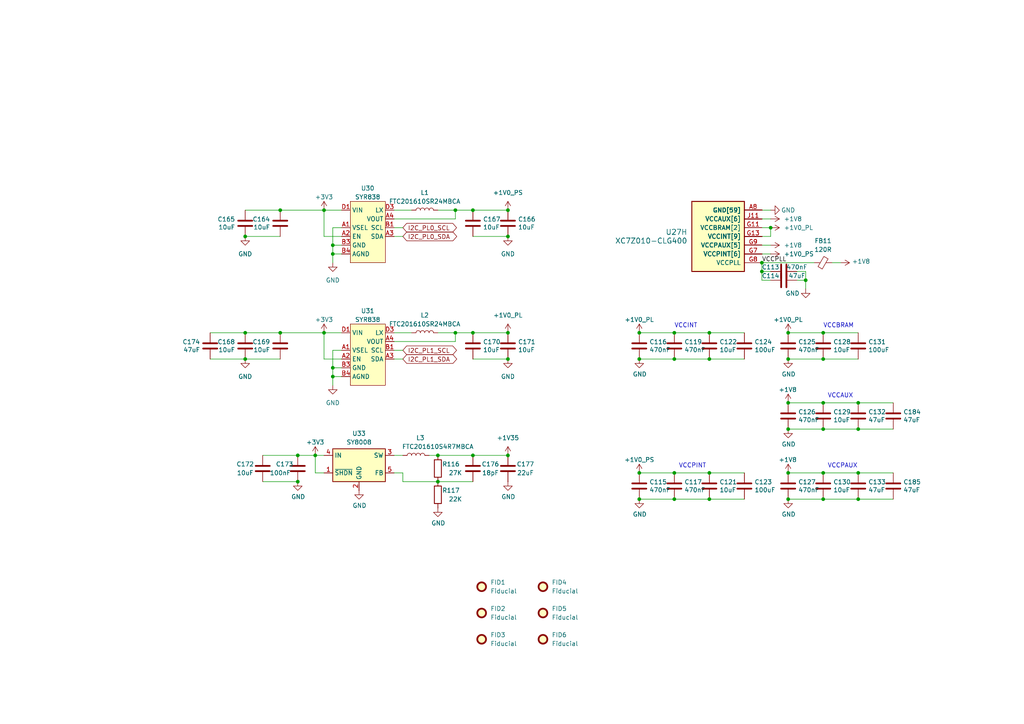
<source format=kicad_sch>
(kicad_sch (version 20231120) (generator "eeschema") (generator_version "8.0")
  (paper "A4")
  (title_block (title "FPGA Power Supply") (date "2024-06-09") (rev "R0.10") (company "Copyright 2024 Anhang Li, Wenting Zhang") (comment 2 "MERCHANTABILITY, SATISFACTORY QUALITY AND FITNESS FOR A PARTICULAR PURPOSE.") (comment 3 "This source is distributed WITHOUT ANY EXPRESS OR IMPLIED WARRANTY, INCLUDING OF") (comment 4 "This source describes Open Hardware and is licensed under the CERN-OHL-P v2."))
  (junction (at 137.16 96.52))
  (junction (at 127 139.7) (diameter 0.9144))
  (junction (at 195.58 137.16))
  (junction (at 96.52 73.66))
  (junction (at 248.92 124.46))
  (junction (at 147.32 96.52))
  (junction (at 228.6 137.16))
  (junction (at 185.42 144.78))
  (junction (at 147.32 132.08))
  (junction (at 195.58 96.52))
  (junction (at 147.32 104.14))
  (junction (at 248.92 144.78))
  (junction (at 220.98 78.74))
  (junction (at 147.32 68.58))
  (junction (at 71.12 104.14))
  (junction (at 86.36 139.7) (diameter 0.9144))
  (junction (at 205.74 104.14))
  (junction (at 238.76 116.84))
  (junction (at 223.52 66.04))
  (junction (at 137.16 60.96))
  (junction (at 71.12 96.52))
  (junction (at 228.6 104.14))
  (junction (at 132.08 60.96))
  (junction (at 228.6 96.52))
  (junction (at 147.32 60.96))
  (junction (at 238.76 104.14))
  (junction (at 233.68 81.28))
  (junction (at 238.76 144.78))
  (junction (at 185.42 96.52))
  (junction (at 195.58 104.14))
  (junction (at 91.44 132.08) (diameter 0.9144))
  (junction (at 71.12 68.58))
  (junction (at 132.08 96.52))
  (junction (at 238.76 137.16))
  (junction (at 185.42 104.14))
  (junction (at 96.52 71.12))
  (junction (at 86.36 132.08))
  (junction (at 205.74 144.78))
  (junction (at 195.58 144.78))
  (junction (at 137.16 132.08))
  (junction (at 96.52 109.22))
  (junction (at 220.98 76.2))
  (junction (at 248.92 116.84))
  (junction (at 81.28 96.52))
  (junction (at 205.74 96.52))
  (junction (at 127 132.08) (diameter 0.9144))
  (junction (at 93.98 96.52))
  (junction (at 96.52 106.68))
  (junction (at 228.6 116.84))
  (junction (at 93.98 60.96))
  (junction (at 238.76 124.46))
  (junction (at 185.42 137.16))
  (junction (at 81.28 60.96))
  (junction (at 248.92 137.16))
  (junction (at 205.74 137.16))
  (junction (at 238.76 96.52))
  (junction (at 228.6 124.46))
  (junction (at 228.6 144.78))
  (wire (pts (xy 96.52 73.66) (xy 96.52 76.2)))
  (wire (pts (xy 93.98 60.96) (xy 93.98 68.58)))
  (wire (pts (xy 220.98 81.28) (xy 223.52 81.28)))
  (wire (pts (xy 195.58 137.16) (xy 205.74 137.16)))
  (wire (pts (xy 114.3 66.04) (xy 116.84 66.04)))
  (wire (pts (xy 96.52 101.6) (xy 96.52 106.68)))
  (wire (pts (xy 91.44 132.08) (xy 93.98 132.08)))
  (wire (pts (xy 132.08 96.52) (xy 137.16 96.52)))
  (wire (pts (xy 96.52 106.68) (xy 99.06 106.68)))
  (wire (pts (xy 114.3 104.14) (xy 116.84 104.14)))
  (wire (pts (xy 220.98 68.58) (xy 223.52 68.58)))
  (wire (pts (xy 147.32 68.58) (xy 137.16 68.58)))
  (wire (pts (xy 114.3 99.06) (xy 132.08 99.06)))
  (wire (pts (xy 114.3 60.96) (xy 119.38 60.96)))
  (wire (pts (xy 114.3 68.58) (xy 116.84 68.58)))
  (wire (pts (xy 228.6 96.52) (xy 238.76 96.52)))
  (wire (pts (xy 96.52 73.66) (xy 99.06 73.66)))
  (wire (pts (xy 71.12 60.96) (xy 81.28 60.96)))
  (wire (pts (xy 220.98 60.96) (xy 223.52 60.96)))
  (wire (pts (xy 238.76 116.84) (xy 248.92 116.84)))
  (wire (pts (xy 116.84 132.08) (xy 114.3 132.08)))
  (wire (pts (xy 220.98 78.74) (xy 223.52 78.74)))
  (wire (pts (xy 205.74 137.16) (xy 215.9 137.16)))
  (wire (pts (xy 248.92 124.46) (xy 259.08 124.46)))
  (wire (pts (xy 81.28 96.52) (xy 93.98 96.52)))
  (wire (pts (xy 195.58 96.52) (xy 205.74 96.52)))
  (wire (pts (xy 76.2 132.08) (xy 86.36 132.08)))
  (wire (pts (xy 223.52 66.04) (xy 223.52 68.58)))
  (wire (pts (xy 96.52 71.12) (xy 96.52 73.66)))
  (wire (pts (xy 71.12 68.58) (xy 81.28 68.58)))
  (wire (pts (xy 96.52 66.04) (xy 96.52 71.12)))
  (wire (pts (xy 195.58 104.14) (xy 205.74 104.14)))
  (wire (pts (xy 96.52 109.22) (xy 96.52 111.76)))
  (wire (pts (xy 127 139.7) (xy 137.16 139.7)))
  (wire (pts (xy 96.52 106.68) (xy 96.52 109.22)))
  (wire (pts (xy 93.98 68.58) (xy 99.06 68.58)))
  (wire (pts (xy 99.06 101.6) (xy 96.52 101.6)))
  (wire (pts (xy 220.98 73.66) (xy 223.52 73.66)))
  (wire (pts (xy 241.3 76.2) (xy 243.84 76.2)))
  (wire (pts (xy 228.6 144.78) (xy 238.76 144.78)))
  (wire (pts (xy 205.74 144.78) (xy 215.9 144.78)))
  (wire (pts (xy 185.42 96.52) (xy 195.58 96.52)))
  (wire (pts (xy 137.16 132.08) (xy 147.32 132.08)))
  (wire (pts (xy 238.76 137.16) (xy 248.92 137.16)))
  (wire (pts (xy 127 132.08) (xy 124.46 132.08)))
  (wire (pts (xy 76.2 139.7) (xy 86.36 139.7)))
  (wire (pts (xy 233.68 78.74) (xy 233.68 81.28)))
  (wire (pts (xy 220.98 71.12) (xy 223.52 71.12)))
  (wire (pts (xy 185.42 137.16) (xy 195.58 137.16)))
  (wire (pts (xy 96.52 71.12) (xy 99.06 71.12)))
  (wire (pts (xy 228.6 104.14) (xy 238.76 104.14)))
  (wire (pts (xy 132.08 99.06) (xy 132.08 96.52)))
  (wire (pts (xy 147.32 104.14) (xy 137.16 104.14)))
  (wire (pts (xy 91.44 132.08) (xy 91.44 137.16)))
  (wire (pts (xy 220.98 76.2) (xy 236.22 76.2)))
  (wire (pts (xy 248.92 144.78) (xy 259.08 144.78)))
  (wire (pts (xy 137.16 60.96) (xy 147.32 60.96)))
  (wire (pts (xy 220.98 66.04) (xy 223.52 66.04)))
  (wire (pts (xy 114.3 63.5) (xy 132.08 63.5)))
  (wire (pts (xy 93.98 60.96) (xy 99.06 60.96)))
  (wire (pts (xy 228.6 116.84) (xy 238.76 116.84)))
  (wire (pts (xy 228.6 137.16) (xy 238.76 137.16)))
  (wire (pts (xy 132.08 60.96) (xy 137.16 60.96)))
  (wire (pts (xy 127 132.08) (xy 137.16 132.08)))
  (wire (pts (xy 99.06 66.04) (xy 96.52 66.04)))
  (wire (pts (xy 238.76 124.46) (xy 248.92 124.46)))
  (wire (pts (xy 238.76 96.52) (xy 248.92 96.52)))
  (wire (pts (xy 231.14 81.28) (xy 233.68 81.28)))
  (wire (pts (xy 93.98 104.14) (xy 99.06 104.14)))
  (wire (pts (xy 116.84 137.16) (xy 116.84 139.7)))
  (wire (pts (xy 81.28 60.96) (xy 93.98 60.96)))
  (wire (pts (xy 205.74 96.52) (xy 215.9 96.52)))
  (wire (pts (xy 71.12 104.14) (xy 81.28 104.14)))
  (wire (pts (xy 220.98 63.5) (xy 223.52 63.5)))
  (wire (pts (xy 220.98 76.2) (xy 220.98 78.74)))
  (wire (pts (xy 220.98 78.74) (xy 220.98 81.28)))
  (wire (pts (xy 248.92 137.16) (xy 259.08 137.16)))
  (wire (pts (xy 71.12 96.52) (xy 81.28 96.52)))
  (wire (pts (xy 132.08 60.96) (xy 127 60.96)))
  (wire (pts (xy 132.08 96.52) (xy 127 96.52)))
  (wire (pts (xy 233.68 81.28) (xy 233.68 83.82)))
  (wire (pts (xy 248.92 116.84) (xy 259.08 116.84)))
  (wire (pts (xy 137.16 96.52) (xy 147.32 96.52)))
  (wire (pts (xy 114.3 96.52) (xy 119.38 96.52)))
  (wire (pts (xy 93.98 96.52) (xy 93.98 104.14)))
  (wire (pts (xy 114.3 101.6) (xy 116.84 101.6)))
  (wire (pts (xy 238.76 144.78) (xy 248.92 144.78)))
  (wire (pts (xy 205.74 104.14) (xy 215.9 104.14)))
  (wire (pts (xy 127 139.7) (xy 116.84 139.7)))
  (wire (pts (xy 60.96 104.14) (xy 71.12 104.14)))
  (wire (pts (xy 238.76 104.14) (xy 248.92 104.14)))
  (wire (pts (xy 96.52 109.22) (xy 99.06 109.22)))
  (wire (pts (xy 231.14 78.74) (xy 233.68 78.74)))
  (wire (pts (xy 185.42 104.14) (xy 195.58 104.14)))
  (wire (pts (xy 185.42 144.78) (xy 195.58 144.78)))
  (wire (pts (xy 93.98 96.52) (xy 99.06 96.52)))
  (wire (pts (xy 93.98 137.16) (xy 91.44 137.16)))
  (wire (pts (xy 195.58 144.78) (xy 205.74 144.78)))
  (wire (pts (xy 114.3 137.16) (xy 116.84 137.16)))
  (wire (pts (xy 60.96 96.52) (xy 71.12 96.52)))
  (wire (pts (xy 132.08 63.5) (xy 132.08 60.96)))
  (wire (pts (xy 86.36 132.08) (xy 91.44 132.08)))
  (wire (pts (xy 228.6 124.46) (xy 238.76 124.46)))
  (text "VCCPINT" (at 196.85 135.89 0) (effects (font (size 1.27 1.27)) (justify left bottom)))
  (text "VCCBRAM" (at 238.76 95.25 0) (effects (font (size 1.27 1.27)) (justify left bottom)))
  (text "VCCINT" (at 195.58 95.25 0) (effects (font (size 1.27 1.27)) (justify left bottom)))
  (text "VCCPAUX" (at 240.03 135.89 0) (effects (font (size 1.27 1.27)) (justify left bottom)))
  (text "VCCAUX" (at 240.03 115.57 0) (effects (font (size 1.27 1.27)) (justify left bottom)))
  (label "VCCPLL" (at 220.98 76.2 0))
  (global_label "I2C_PL0_SDA" (shape bidirectional) (at 116.84 68.58 0) (property "Intersheetrefs" "${INTERSHEET_REFS}" (effects (hide yes))))
  (global_label "I2C_PL1_SDA" (shape bidirectional) (at 116.84 104.14 0) (property "Intersheetrefs" "${INTERSHEET_REFS}" (effects (hide yes))))
  (global_label "I2C_PL1_SCL" (shape bidirectional) (at 116.84 101.6 0) (property "Intersheetrefs" "${INTERSHEET_REFS}" (effects (hide yes))))
  (global_label "I2C_PL0_SCL" (shape bidirectional) (at 116.84 66.04 0) (property "Intersheetrefs" "${INTERSHEET_REFS}" (effects (hide yes))))
  (symbol (lib_id "power:+1V0") (at 223.52 73.66 270) (unit 1)
    (property "Reference" "#PWR0214" (effects (hide yes)))
    (property "Value" "+1V0_PS" (at 227.33 73.6599 90) (effects (justify left)))
    (property "Description" "Power symbol creates a global label with name \"+1V0\"" (effects (hide yes)))
  )
  (symbol (lib_id "Device:L") (at 123.19 60.96 90) (unit 1)
    (property "Reference" "L1" (at 123.19 55.88 90))
    (property "Value" "FTC201610SR24MBCA" (at 123.19 58.42 90))
    (property "Footprint" "Inductor_SMD:L_Murata_DFE201610P" (effects (hide yes)))
  )
  (symbol (lib_id "power:+3V3") (at 91.44 132.08 0) (unit 1)
    (property "Reference" "#PWR0283" (effects (hide yes)))
    (property "Value" "+3V3" (at 91.44 128.27 0))
  )
  (symbol (lib_id "Device:C") (at 227.33 81.28 270) (unit 1)
    (property "Reference" "C114" (at 223.52 80.01 90))
    (property "Value" "47uF" (at 231.14 80.01 90))
    (property "Footprint" "Capacitor_SMD:C_0805_2012Metric" (effects (hide yes)))
  )
  (symbol (lib_id "Device:C") (at 259.08 120.65 0) (unit 1)
    (property "Reference" "C184" (at 262.001 119.4816 0) (effects (justify left)))
    (property "Value" "47uF" (at 262.001 121.793 0) (effects (justify left)))
    (property "Footprint" "Capacitor_SMD:C_0603_1608Metric" (effects (hide yes)))
  )
  (symbol (lib_id "power:+1V0") (at 228.6 96.52 0) (unit 1)
    (property "Reference" "#PWR0234" (effects (hide yes)))
    (property "Value" "+1V0_PL" (at 228.6 92.71 0))
    (property "Description" "Power symbol creates a global label with name \"+1V0\"" (effects (hide yes)))
  )
  (symbol (lib_id "power:+1V8") (at 228.6 116.84 0) (mirror y) (unit 1)
    (property "Reference" "#PWR0240" (effects (hide yes)))
    (property "Value" "+1V8" (at 231.14 113.03 0) (effects (justify left)))
  )
  (symbol (lib_id "power:GND") (at 71.12 68.58 0) (unit 1)
    (property "Reference" "#PWR0275" (effects (hide yes)))
    (property "Value" "GND" (at 71.12 73.66 0))
    (property "Description" "Power symbol creates a global label with name \"GND\" , ground" (effects (hide yes)))
  )
  (symbol (lib_id "power:GND") (at 228.6 144.78 0) (unit 1)
    (property "Reference" "#PWR0243" (effects (hide yes)))
    (property "Value" "GND" (at 228.727 149.1742 0))
  )
  (symbol (lib_id "power:+1V0") (at 147.32 96.52 0) (unit 1)
    (property "Reference" "#PWR0281" (effects (hide yes)))
    (property "Value" "+1V0_PL" (at 147.32 91.44 0))
    (property "Description" "Power symbol creates a global label with name \"+1V0\"" (effects (hide yes)))
  )
  (symbol (lib_id "Device:C") (at 147.32 64.77 0) (unit 1)
    (property "Reference" "C166" (at 150.241 63.6016 0) (effects (justify left)))
    (property "Value" "10uF" (at 150.241 65.913 0) (effects (justify left)))
    (property "Footprint" "Capacitor_SMD:C_0603_1608Metric" (effects (hide yes)))
  )
  (symbol (lib_id "Device:C") (at 185.42 100.33 0) (unit 1)
    (property "Reference" "C116" (at 188.341 99.1616 0) (effects (justify left)))
    (property "Value" "470nF" (at 188.341 101.473 0) (effects (justify left)))
    (property "Footprint" "Capacitor_SMD:C_0402_1005Metric" (effects (hide yes)))
  )
  (symbol (lib_id "power:GND") (at 127 147.32 0) (unit 1)
    (property "Reference" "#PWR0287" (effects (hide yes)))
    (property "Value" "GND" (at 127.127 151.7142 0))
  )
  (symbol (lib_id "Device:R") (at 127 135.89 180) (unit 1)
    (property "Reference" "R116" (at 130.81 134.62 0))
    (property "Value" "27K" (at 132.08 137.16 0))
    (property "Footprint" "Resistor_SMD:R_0402_1005Metric" (effects (hide yes)))
  )
  (symbol (lib_id "Device:C") (at 76.2 135.89 0) (mirror y) (unit 1)
    (property "Reference" "C172" (at 71.12 134.62 0))
    (property "Value" "10uF" (at 71.12 137.16 0))
    (property "Footprint" "Capacitor_SMD:C_0603_1608Metric" (effects (hide yes)))
  )
  (symbol (lib_id "power:+1V35") (at 147.32 132.08 0) (unit 1)
    (property "Reference" "#PWR0284" (effects (hide yes)))
    (property "Value" "+1V35" (at 147.32 127 0))
    (property "Description" "Power symbol creates a global label with name \"+1V35\"" (effects (hide yes)))
  )
  (symbol (lib_id "Mechanical:Fiducial") (at 157.48 170.18 0) (unit 1)
    (property "Reference" "FID4" (at 160.02 168.9099 0) (effects (justify left)))
    (property "Value" "Fiducial" (at 160.02 171.4499 0) (effects (justify left)))
    (property "Footprint" "Fiducial:Fiducial_0.75mm_Mask1.5mm" (effects (hide yes)))
    (property "Description" "Fiducial Marker" (effects (hide yes)))
  )
  (symbol (lib_id "power:+1V8") (at 223.52 63.5 270) (mirror x) (unit 1)
    (property "Reference" "#PWR0213" (effects (hide yes)))
    (property "Value" "+1V8" (at 227.33 63.5 90) (effects (justify left)))
  )
  (symbol (lib_id "power:GND") (at 228.6 124.46 0) (unit 1)
    (property "Reference" "#PWR0241" (effects (hide yes)))
    (property "Value" "GND" (at 228.727 128.8542 0))
  )
  (symbol (lib_id "symbols:XC7Z007S-CLG400") (at 220.98 60.96 0) (mirror y) (unit 8)
    (property "Reference" "U27" (at 199.39 67.31 0) (effects (font (size 1.524 1.524)) (justify left)))
    (property "Value" "XC7Z010-CLG400" (at 199.39 69.85 0) (effects (font (size 1.524 1.524)) (justify left)))
    (property "Footprint" "Package_BGA:Xilinx_CLG400" (effects (hide yes)))
    (property "desc" "xc7z007sclg400" (effects (hide yes)))
  )
  (symbol (lib_id "power:GND") (at 104.14 142.24 0) (unit 1)
    (property "Reference" "#PWR0285" (effects (hide yes)))
    (property "Value" "GND" (at 104.267 146.6342 0))
  )
  (symbol (lib_id "power:GND") (at 96.52 76.2 0) (unit 1)
    (property "Reference" "#PWR0274" (effects (hide yes)))
    (property "Value" "GND" (at 96.52 81.28 0))
    (property "Description" "Power symbol creates a global label with name \"GND\" , ground" (effects (hide yes)))
  )
  (symbol (lib_id "symbols:SY8008") (at 104.14 134.62 0) (unit 1)
    (property "Reference" "U33" (at 104.14 125.73 0))
    (property "Value" "SY8008" (at 104.14 128.27 0))
    (property "Footprint" "Package_TO_SOT_SMD:TSOT-23-5" (effects (hide yes)))
    (property "Description" "High Efficiency 1.5MHz, 0.6A/1A/1.2A Synchronous Step Down Regulator" (effects (hide yes)))
  )
  (symbol (lib_id "Device:C") (at 81.28 100.33 0) (mirror y) (unit 1)
    (property "Reference" "C169" (at 78.359 99.1616 0) (effects (justify left)))
    (property "Value" "10uF" (at 78.359 101.473 0) (effects (justify left)))
    (property "Footprint" "Capacitor_SMD:C_0603_1608Metric" (effects (hide yes)))
  )
  (symbol (lib_id "power:GND") (at 147.32 139.7 0) (unit 1)
    (property "Reference" "#PWR0289" (effects (hide yes)))
    (property "Value" "GND" (at 147.447 144.0942 0))
  )
  (symbol (lib_id "power:+1V8") (at 243.84 76.2 270) (mirror x) (unit 1)
    (property "Reference" "#PWR0225" (effects (hide yes)))
    (property "Value" "+1V8" (at 247.0912 75.819 90) (effects (justify left)))
  )
  (symbol (lib_id "power:+3V3") (at 93.98 96.52 0) (unit 1)
    (property "Reference" "#PWR08" (effects (hide yes)))
    (property "Value" "+3V3" (at 93.98 92.71 0))
  )
  (symbol (lib_id "power:GND") (at 71.12 104.14 0) (unit 1)
    (property "Reference" "#PWR0278" (effects (hide yes)))
    (property "Value" "GND" (at 71.12 109.22 0))
    (property "Description" "Power symbol creates a global label with name \"GND\" , ground" (effects (hide yes)))
  )
  (symbol (lib_id "Device:C") (at 228.6 120.65 0) (unit 1)
    (property "Reference" "C126" (at 231.521 119.4816 0) (effects (justify left)))
    (property "Value" "470nF" (at 231.521 121.793 0) (effects (justify left)))
    (property "Footprint" "Capacitor_SMD:C_0402_1005Metric" (effects (hide yes)))
  )
  (symbol (lib_id "power:GND") (at 96.52 111.76 0) (unit 1)
    (property "Reference" "#PWR0280" (effects (hide yes)))
    (property "Value" "GND" (at 96.52 116.84 0))
    (property "Description" "Power symbol creates a global label with name \"GND\" , ground" (effects (hide yes)))
  )
  (symbol (lib_id "Device:C") (at 238.76 100.33 0) (unit 1)
    (property "Reference" "C128" (at 241.681 99.1616 0) (effects (justify left)))
    (property "Value" "10uF" (at 241.681 101.473 0) (effects (justify left)))
    (property "Footprint" "Capacitor_SMD:C_0603_1608Metric" (effects (hide yes)))
  )
  (symbol (lib_id "Device:C") (at 248.92 140.97 0) (unit 1)
    (property "Reference" "C133" (at 251.841 139.8016 0) (effects (justify left)))
    (property "Value" "47uF" (at 251.841 142.113 0) (effects (justify left)))
    (property "Footprint" "Capacitor_SMD:C_0603_1608Metric" (effects (hide yes)))
  )
  (symbol (lib_id "power:+1V0") (at 223.52 66.04 270) (unit 1)
    (property "Reference" "#PWR0215" (effects (hide yes)))
    (property "Value" "+1V0_PL" (at 227.33 66.0399 90) (effects (justify left)))
    (property "Description" "Power symbol creates a global label with name \"+1V0\"" (effects (hide yes)))
  )
  (symbol (lib_id "Device:C") (at 81.28 64.77 0) (mirror y) (unit 1)
    (property "Reference" "C164" (at 78.359 63.6016 0) (effects (justify left)))
    (property "Value" "10uF" (at 78.359 65.913 0) (effects (justify left)))
    (property "Footprint" "Capacitor_SMD:C_0603_1608Metric" (effects (hide yes)))
  )
  (symbol (lib_id "Device:C") (at 71.12 64.77 0) (mirror y) (unit 1)
    (property "Reference" "C165" (at 68.199 63.6016 0) (effects (justify left)))
    (property "Value" "10uF" (at 68.199 65.913 0) (effects (justify left)))
    (property "Footprint" "Capacitor_SMD:C_0603_1608Metric" (effects (hide yes)))
  )
  (symbol (lib_id "Device:C") (at 60.96 100.33 0) (mirror y) (unit 1)
    (property "Reference" "C174" (at 58.039 99.1616 0) (effects (justify left)))
    (property "Value" "47uF" (at 58.039 101.473 0) (effects (justify left)))
    (property "Footprint" "Capacitor_SMD:C_0805_2012Metric" (effects (hide yes)))
  )
  (symbol (lib_id "Device:L") (at 123.19 96.52 90) (unit 1)
    (property "Reference" "L2" (at 123.19 91.44 90))
    (property "Value" "FTC201610SR24MBCA" (at 123.19 93.98 90))
    (property "Footprint" "Inductor_SMD:L_Murata_DFE201610P" (effects (hide yes)))
  )
  (symbol (lib_id "Device:C") (at 137.16 135.89 180) (unit 1)
    (property "Reference" "C176" (at 142.24 134.62 0))
    (property "Value" "18pF" (at 142.24 137.16 0))
    (property "Footprint" "Capacitor_SMD:C_0402_1005Metric" (effects (hide yes)))
  )
  (symbol (lib_id "Device:C") (at 228.6 100.33 0) (unit 1)
    (property "Reference" "C125" (at 231.521 99.1616 0) (effects (justify left)))
    (property "Value" "470nF" (at 231.521 101.473 0) (effects (justify left)))
    (property "Footprint" "Capacitor_SMD:C_0402_1005Metric" (effects (hide yes)))
  )
  (symbol (lib_id "power:+1V8") (at 228.6 137.16 0) (mirror y) (unit 1)
    (property "Reference" "#PWR0242" (effects (hide yes)))
    (property "Value" "+1V8" (at 231.14 133.35 0) (effects (justify left)))
  )
  (symbol (lib_id "power:GND") (at 86.36 139.7 0) (unit 1)
    (property "Reference" "#PWR0217" (effects (hide yes)))
    (property "Value" "GND" (at 86.487 144.0942 0))
  )
  (symbol (lib_id "Device:C") (at 215.9 100.33 0) (unit 1)
    (property "Reference" "C124" (at 218.821 99.1616 0) (effects (justify left)))
    (property "Value" "100uF" (at 218.821 101.473 0) (effects (justify left)))
    (property "Footprint" "Capacitor_SMD:C_0805_2012Metric" (effects (hide yes)))
  )
  (symbol (lib_id "Device:C") (at 227.33 78.74 270) (unit 1)
    (property "Reference" "C113" (at 223.52 77.47 90))
    (property "Value" "470nF" (at 231.14 77.47 90))
    (property "Footprint" "Capacitor_SMD:C_0402_1005Metric" (effects (hide yes)))
  )
  (symbol (lib_id "Device:FerriteBead_Small") (at 238.76 76.2 90) (unit 1)
    (property "Reference" "FB11" (at 238.7219 69.85 90))
    (property "Value" "120R" (at 238.7219 72.39 90))
    (property "Footprint" "Inductor_SMD:L_0402_1005Metric" (effects (hide yes)))
  )
  (symbol (lib_id "Mechanical:Fiducial") (at 139.7 170.18 0) (unit 1)
    (property "Reference" "FID1" (at 142.24 168.9099 0) (effects (justify left)))
    (property "Value" "Fiducial" (at 142.24 171.4499 0) (effects (justify left)))
    (property "Footprint" "Fiducial:Fiducial_0.75mm_Mask1.5mm" (effects (hide yes)))
    (property "Description" "Fiducial Marker" (effects (hide yes)))
  )
  (symbol (lib_id "Device:C") (at 195.58 100.33 0) (unit 1)
    (property "Reference" "C119" (at 198.501 99.1616 0) (effects (justify left)))
    (property "Value" "470nF" (at 198.501 101.473 0) (effects (justify left)))
    (property "Footprint" "Capacitor_SMD:C_0402_1005Metric" (effects (hide yes)))
  )
  (symbol (lib_id "Device:R") (at 127 143.51 180) (unit 1)
    (property "Reference" "R117" (at 130.81 142.24 0))
    (property "Value" "22K" (at 132.08 144.78 0))
    (property "Footprint" "Resistor_SMD:R_0402_1005Metric" (effects (hide yes)))
  )
  (symbol (lib_id "power:GND") (at 228.6 104.14 0) (unit 1)
    (property "Reference" "#PWR0239" (effects (hide yes)))
    (property "Value" "GND" (at 228.727 108.5342 0))
  )
  (symbol (lib_id "Mechanical:Fiducial") (at 139.7 185.42 0) (unit 1)
    (property "Reference" "FID3" (at 142.24 184.1499 0) (effects (justify left)))
    (property "Value" "Fiducial" (at 142.24 186.6899 0) (effects (justify left)))
    (property "Footprint" "Fiducial:Fiducial_0.75mm_Mask1.5mm" (effects (hide yes)))
    (property "Description" "Fiducial Marker" (effects (hide yes)))
  )
  (symbol (lib_id "Device:C") (at 137.16 64.77 0) (unit 1)
    (property "Reference" "C167" (at 140.081 63.6016 0) (effects (justify left)))
    (property "Value" "10uF" (at 140.081 65.913 0) (effects (justify left)))
    (property "Footprint" "Capacitor_SMD:C_0603_1608Metric" (effects (hide yes)))
  )
  (symbol (lib_id "Device:C") (at 86.36 135.89 180) (unit 1)
    (property "Reference" "C173" (at 82.55 134.62 0))
    (property "Value" "100nF" (at 81.28 137.16 0))
    (property "Footprint" "Capacitor_SMD:C_0402_1005Metric" (effects (hide yes)))
  )
  (symbol (lib_id "Device:C") (at 137.16 100.33 0) (unit 1)
    (property "Reference" "C170" (at 140.081 99.1616 0) (effects (justify left)))
    (property "Value" "10uF" (at 140.081 101.473 0) (effects (justify left)))
    (property "Footprint" "Capacitor_SMD:C_0603_1608Metric" (effects (hide yes)))
  )
  (symbol (lib_id "power:GND") (at 233.68 83.82 0) (unit 1)
    (property "Reference" "#PWR0224" (effects (hide yes)))
    (property "Value" "GND" (at 229.87 85.09 0))
  )
  (symbol (lib_id "Device:C") (at 205.74 140.97 0) (unit 1)
    (property "Reference" "C121" (at 208.661 139.8016 0) (effects (justify left)))
    (property "Value" "10uF" (at 208.661 142.113 0) (effects (justify left)))
    (property "Footprint" "Capacitor_SMD:C_0603_1608Metric" (effects (hide yes)))
  )
  (symbol (lib_id "power:+1V8") (at 223.52 71.12 270) (mirror x) (unit 1)
    (property "Reference" "#PWR0216" (effects (hide yes)))
    (property "Value" "+1V8" (at 227.33 71.12 90) (effects (justify left)))
  )
  (symbol (lib_id "Device:C") (at 248.92 120.65 0) (unit 1)
    (property "Reference" "C132" (at 251.841 119.4816 0) (effects (justify left)))
    (property "Value" "47uF" (at 251.841 121.793 0) (effects (justify left)))
    (property "Footprint" "Capacitor_SMD:C_0603_1608Metric" (effects (hide yes)))
  )
  (symbol (lib_id "power:GND") (at 223.52 60.96 90) (unit 1)
    (property "Reference" "#PWR0212" (effects (hide yes)))
    (property "Value" "GND" (at 228.6 60.96 90))
  )
  (symbol (lib_id "Device:C") (at 195.58 140.97 0) (unit 1)
    (property "Reference" "C117" (at 198.501 139.8016 0) (effects (justify left)))
    (property "Value" "470nF" (at 198.501 142.113 0) (effects (justify left)))
    (property "Footprint" "Capacitor_SMD:C_0402_1005Metric" (effects (hide yes)))
  )
  (symbol (lib_id "power:+1V0") (at 147.32 60.96 0) (unit 1)
    (property "Reference" "#PWR0277" (effects (hide yes)))
    (property "Value" "+1V0_PS" (at 147.32 55.88 0))
    (property "Description" "Power symbol creates a global label with name \"+1V0\"" (effects (hide yes)))
  )
  (symbol (lib_id "Device:C") (at 248.92 100.33 0) (unit 1)
    (property "Reference" "C131" (at 251.841 99.1616 0) (effects (justify left)))
    (property "Value" "100uF" (at 251.841 101.473 0) (effects (justify left)))
    (property "Footprint" "Capacitor_SMD:C_0805_2012Metric" (effects (hide yes)))
  )
  (symbol (lib_id "Device:C") (at 71.12 100.33 0) (mirror y) (unit 1)
    (property "Reference" "C168" (at 68.199 99.1616 0) (effects (justify left)))
    (property "Value" "10uF" (at 68.199 101.473 0) (effects (justify left)))
    (property "Footprint" "Capacitor_SMD:C_0603_1608Metric" (effects (hide yes)))
  )
  (symbol (lib_id "power:+3V3") (at 93.98 60.96 0) (unit 1)
    (property "Reference" "#PWR09" (effects (hide yes)))
    (property "Value" "+3V3" (at 93.98 57.15 0))
  )
  (symbol (lib_id "Mechanical:Fiducial") (at 139.7 177.8 0) (unit 1)
    (property "Reference" "FID2" (at 142.24 176.5299 0) (effects (justify left)))
    (property "Value" "Fiducial" (at 142.24 179.0699 0) (effects (justify left)))
    (property "Footprint" "Fiducial:Fiducial_0.75mm_Mask1.5mm" (effects (hide yes)))
    (property "Description" "Fiducial Marker" (effects (hide yes)))
  )
  (symbol (lib_id "power:GND") (at 147.32 68.58 0) (mirror y) (unit 1)
    (property "Reference" "#PWR0276" (effects (hide yes)))
    (property "Value" "GND" (at 147.32 73.66 0))
    (property "Description" "Power symbol creates a global label with name \"GND\" , ground" (effects (hide yes)))
  )
  (symbol (lib_id "Device:C") (at 147.32 135.89 0) (unit 1)
    (property "Reference" "C177" (at 152.4 134.62 0))
    (property "Value" "22uF" (at 152.4 137.16 0))
    (property "Footprint" "Capacitor_SMD:C_0603_1608Metric" (effects (hide yes)))
  )
  (symbol (lib_id "Device:C") (at 259.08 140.97 0) (unit 1)
    (property "Reference" "C185" (at 262.001 139.8016 0) (effects (justify left)))
    (property "Value" "47uF" (at 262.001 142.113 0) (effects (justify left)))
    (property "Footprint" "Capacitor_SMD:C_0603_1608Metric" (effects (hide yes)))
  )
  (symbol (lib_id "Device:C") (at 147.32 100.33 0) (unit 1)
    (property "Reference" "C171" (at 150.241 99.1616 0) (effects (justify left)))
    (property "Value" "10uF" (at 150.241 101.473 0) (effects (justify left)))
    (property "Footprint" "Capacitor_SMD:C_0603_1608Metric" (effects (hide yes)))
  )
  (symbol (lib_id "power:+1V0") (at 185.42 137.16 0) (unit 1)
    (property "Reference" "#PWR0244" (effects (hide yes)))
    (property "Value" "+1V0_PS" (at 185.42 133.35 0))
    (property "Description" "Power symbol creates a global label with name \"+1V0\"" (effects (hide yes)))
  )
  (symbol (lib_id "Device:C") (at 238.76 120.65 0) (unit 1)
    (property "Reference" "C129" (at 241.681 119.4816 0) (effects (justify left)))
    (property "Value" "10uF" (at 241.681 121.793 0) (effects (justify left)))
    (property "Footprint" "Capacitor_SMD:C_0603_1608Metric" (effects (hide yes)))
  )
  (symbol (lib_id "power:+1V0") (at 185.42 96.52 0) (unit 1)
    (property "Reference" "#PWR0229" (effects (hide yes)))
    (property "Value" "+1V0_PL" (at 185.42 92.71 0))
    (property "Description" "Power symbol creates a global label with name \"+1V0\"" (effects (hide yes)))
  )
  (symbol (lib_id "Mechanical:Fiducial") (at 157.48 185.42 0) (unit 1)
    (property "Reference" "FID6" (at 160.02 184.1499 0) (effects (justify left)))
    (property "Value" "Fiducial" (at 160.02 186.6899 0) (effects (justify left)))
    (property "Footprint" "Fiducial:Fiducial_0.75mm_Mask1.5mm" (effects (hide yes)))
    (property "Description" "Fiducial Marker" (effects (hide yes)))
  )
  (symbol (lib_id "Device:C") (at 228.6 140.97 0) (unit 1)
    (property "Reference" "C127" (at 231.521 139.8016 0) (effects (justify left)))
    (property "Value" "470nF" (at 231.521 142.113 0) (effects (justify left)))
    (property "Footprint" "Capacitor_SMD:C_0402_1005Metric" (effects (hide yes)))
  )
  (symbol (lib_id "symbols:SYR838") (at 106.68 93.98 0) (unit 1)
    (property "Reference" "U31" (at 106.6502 90.17 0))
    (property "Value" "SYR838" (at 106.6502 92.71 0))
    (property "Footprint" "footprints:CSP-20_4x5_1.6x2.0mm" (effects (hide yes)))
  )
  (symbol (lib_id "power:GND") (at 185.42 144.78 0) (unit 1)
    (property "Reference" "#PWR0228" (effects (hide yes)))
    (property "Value" "GND" (at 185.547 149.1742 0))
  )
  (symbol (lib_id "Device:C") (at 185.42 140.97 0) (unit 1)
    (property "Reference" "C115" (at 188.341 139.8016 0) (effects (justify left)))
    (property "Value" "470nF" (at 188.341 142.113 0) (effects (justify left)))
    (property "Footprint" "Capacitor_SMD:C_0402_1005Metric" (effects (hide yes)))
  )
  (symbol (lib_id "power:GND") (at 185.42 104.14 0) (unit 1)
    (property "Reference" "#PWR0230" (effects (hide yes)))
    (property "Value" "GND" (at 185.547 108.5342 0))
  )
  (symbol (lib_id "Device:C") (at 215.9 140.97 0) (unit 1)
    (property "Reference" "C123" (at 218.821 139.8016 0) (effects (justify left)))
    (property "Value" "100uF" (at 218.821 142.113 0) (effects (justify left)))
    (property "Footprint" "Capacitor_SMD:C_0805_2012Metric" (effects (hide yes)))
  )
  (symbol (lib_id "symbols:SYR838") (at 106.68 58.42 0) (unit 1)
    (property "Reference" "U30" (at 106.6502 54.61 0))
    (property "Value" "SYR838" (at 106.6502 57.15 0))
    (property "Footprint" "footprints:CSP-20_4x5_1.6x2.0mm" (effects (hide yes)))
  )
  (symbol (lib_id "Device:C") (at 238.76 140.97 0) (unit 1)
    (property "Reference" "C130" (at 241.681 139.8016 0) (effects (justify left)))
    (property "Value" "10uF" (at 241.681 142.113 0) (effects (justify left)))
    (property "Footprint" "Capacitor_SMD:C_0603_1608Metric" (effects (hide yes)))
  )
  (symbol (lib_id "Mechanical:Fiducial") (at 157.48 177.8 0) (unit 1)
    (property "Reference" "FID5" (at 160.02 176.5299 0) (effects (justify left)))
    (property "Value" "Fiducial" (at 160.02 179.0699 0) (effects (justify left)))
    (property "Footprint" "Fiducial:Fiducial_0.75mm_Mask1.5mm" (effects (hide yes)))
    (property "Description" "Fiducial Marker" (effects (hide yes)))
  )
  (symbol (lib_id "power:GND") (at 147.32 104.14 0) (mirror y) (unit 1)
    (property "Reference" "#PWR0282" (effects (hide yes)))
    (property "Value" "GND" (at 147.32 109.22 0))
    (property "Description" "Power symbol creates a global label with name \"GND\" , ground" (effects (hide yes)))
  )
  (symbol (lib_id "Device:L") (at 120.65 132.08 90) (unit 1)
    (property "Reference" "L3" (at 121.92 127 90))
    (property "Value" "FTC201610S4R7MBCA" (at 127 129.54 90))
    (property "Footprint" "Inductor_SMD:L_Murata_DFE201610P" (effects (hide yes)))
  )
  (symbol (lib_id "Device:C") (at 205.74 100.33 0) (unit 1)
    (property "Reference" "C122" (at 208.661 99.1616 0) (effects (justify left)))
    (property "Value" "10uF" (at 208.661 101.473 0) (effects (justify left)))
    (property "Footprint" "Capacitor_SMD:C_0603_1608Metric" (effects (hide yes)))
  )
)
</source>
